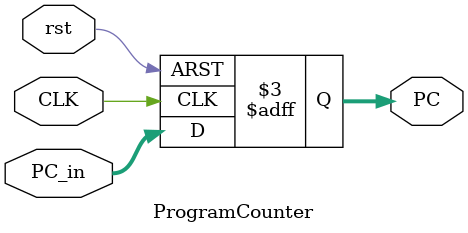
<source format=v>
/************************************************************/
/* Module Name: ProgramCounter                              */
/* Module Function:                                         */
/*  The program counter module is responsible of updating   */
/*  the program counter value on the positive edge CLK      */
/*  and reseting the program conunter on the negative edge  */
/*  reset.                                                  */
/************************************************************/
module ProgramCounter#
(
    parameter INSTR_WIDTH   =   32
)
(
    input   wire                        CLK     ,
    input   wire                        rst     ,
    input   wire   [INSTR_WIDTH-1:0]    PC_in   ,

    output  reg    [INSTR_WIDTH-1:0]    PC
);
    
    always @(posedge CLK , negedge rst)
        begin
            if (~rst)
                begin
                    PC <= {(INSTR_WIDTH){1'b0}} ;
                end
            else
                begin
                    PC <= PC_in ;
                end
        end

endmodule
</source>
